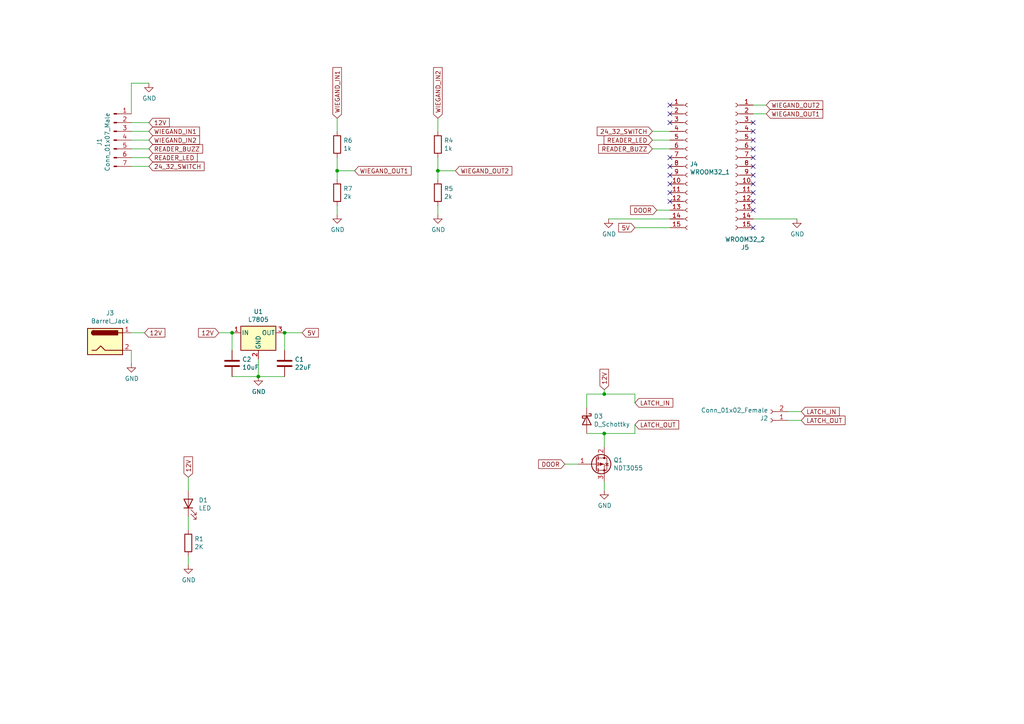
<source format=kicad_sch>
(kicad_sch (version 20231120) (generator "eeschema") (generator_version "8.0")
  (paper "A4")
  (lib_symbols
    (symbol "Connector:Barrel_Jack" (pin_names (offset 1.016))
      (property "Reference" "J" (at 0 5.334 0))
      (property "Value" "Barrel_Jack" (at 0 -5.08 0))
      (symbol "Barrel_Jack_0_1"
        (rectangle (start -5.08 3.81) (end 5.08 -3.81) (stroke (width 0.254)) (fill (type background)))
        (arc (start -3.302 3.175) (mid -3.9343 2.54) (end -3.302 1.905) (stroke (width 0.254)))
        (arc (start -3.302 3.175) (mid -3.9343 2.54) (end -3.302 1.905) (stroke (width 0.254)) (fill (type outline)))
        (polyline (pts (xy 5.08 2.54) (xy 3.81 2.54)) (stroke (width 0.254)))
        (polyline (pts (xy -3.81 -2.54) (xy -2.54 -2.54) (xy -1.27 -1.27) (xy 0 -2.54) (xy 2.54 -2.54) (xy 5.08 -2.54)) (stroke (width 0.254)))
        (rectangle (start 3.683 3.175) (end -3.302 1.905) (stroke (width 0.254)) (fill (type outline)))
      )
      (symbol "Barrel_Jack_1_1"
        (pin passive line (at 7.62 2.54 180) (length 2.54) (name "~") (number "1"))
        (pin passive line (at 7.62 -2.54 180) (length 2.54) (name "~") (number "2"))
      )
    )
    (symbol "Device:C" (pin_numbers hide) (pin_names (offset 0.254))
      (property "Reference" "C" (at 0.635 2.54 0))
      (property "Value" "C" (at 0.635 -2.54 0))
      (symbol "C_0_1"
        (polyline (pts (xy -2.032 -0.762) (xy 2.032 -0.762)) (stroke (width 0.508)))
        (polyline (pts (xy -2.032 0.762) (xy 2.032 0.762)) (stroke (width 0.508)))
      )
      (symbol "C_1_1"
        (pin passive line (at 0 3.81 270) (length 2.794) (name "~") (number "1"))
        (pin passive line (at 0 -3.81 90) (length 2.794) (name "~") (number "2"))
      )
    )
    (symbol "Device:D_Schottky" (pin_numbers hide) (pin_names (offset 1.016) hide)
      (property "Reference" "D" (at 0 2.54 0))
      (property "Value" "D_Schottky" (at 0 -2.54 0))
      (symbol "D_Schottky_0_1"
        (polyline (pts (xy 1.27 0) (xy -1.27 0)))
        (polyline (pts (xy 1.27 1.27) (xy 1.27 -1.27) (xy -1.27 0) (xy 1.27 1.27)) (stroke (width 0.254)))
        (polyline (pts (xy -1.905 0.635) (xy -1.905 1.27) (xy -1.27 1.27) (xy -1.27 -1.27) (xy -0.635 -1.27) (xy -0.635 -0.635)) (stroke (width 0.254)))
      )
      (symbol "D_Schottky_1_1"
        (pin passive line (at -3.81 0 0) (length 2.54) (name "K") (number "1"))
        (pin passive line (at 3.81 0 180) (length 2.54) (name "A") (number "2"))
      )
    )
    (symbol "Device:LED" (pin_numbers hide) (pin_names (offset 1.016) hide)
      (property "Reference" "D" (at 0 2.54 0))
      (property "Value" "LED" (at 0 -2.54 0))
      (symbol "LED_0_1"
        (polyline (pts (xy -1.27 -1.27) (xy -1.27 1.27)) (stroke (width 0.254)))
        (polyline (pts (xy -1.27 0) (xy 1.27 0)))
        (polyline (pts (xy 1.27 -1.27) (xy 1.27 1.27) (xy -1.27 0) (xy 1.27 -1.27)) (stroke (width 0.254)))
        (polyline (pts (xy -3.048 -0.762) (xy -4.572 -2.286) (xy -3.81 -2.286) (xy -4.572 -2.286) (xy -4.572 -1.524)))
        (polyline (pts (xy -1.778 -0.762) (xy -3.302 -2.286) (xy -2.54 -2.286) (xy -3.302 -2.286) (xy -3.302 -1.524)))
      )
      (symbol "LED_1_1"
        (pin passive line (at -3.81 0 0) (length 2.54) (name "K") (number "1"))
        (pin passive line (at 3.81 0 180) (length 2.54) (name "A") (number "2"))
      )
    )
    (symbol "Device:R" (pin_numbers hide) (pin_names (offset 0))
      (property "Reference" "R" (at 2.032 0 90))
      (property "Value" "R" (at 0 0 90))
      (symbol "R_0_1"
        (rectangle (start -1.016 -2.54) (end 1.016 2.54) (stroke (width 0.254)))
      )
      (symbol "R_1_1"
        (pin passive line (at 0 3.81 270) (length 1.27) (name "~") (number "1"))
        (pin passive line (at 0 -3.81 90) (length 1.27) (name "~") (number "2"))
      )
    )
    (symbol "Regulator_Linear:L7805" (pin_names (offset 0.254))
      (property "Reference" "U" (at -3.81 3.175 0))
      (property "Value" "L7805" (at 0 3.175 0))
      (symbol "L7805_0_1"
        (rectangle (start -5.08 1.905) (end 5.08 -5.08) (stroke (width 0.254)) (fill (type background)))
      )
      (symbol "L7805_1_1"
        (pin power_in line (at -7.62 0 0) (length 2.54) (name "IN") (number "1"))
        (pin power_in line (at 0 -7.62 90) (length 2.54) (name "GND") (number "2"))
        (pin power_out line (at 7.62 0 180) (length 2.54) (name "OUT") (number "3"))
      )
    )
    (symbol "Transistor_FET:ZXMP4A16G" (pin_names hide)
      (property "Reference" "Q" (at 5.08 1.905 0))
      (property "Value" "ZXMP4A16G" (at 5.08 0 0))
      (symbol "ZXMP4A16G_0_1"
        (polyline (pts (xy 0.254 0) (xy -2.54 0)))
        (polyline (pts (xy 0.254 1.905) (xy 0.254 -1.905)) (stroke (width 0.254)))
        (polyline (pts (xy 0.762 -1.27) (xy 0.762 -2.286)) (stroke (width 0.254)))
        (polyline (pts (xy 0.762 0.508) (xy 0.762 -0.508)) (stroke (width 0.254)))
        (polyline (pts (xy 0.762 2.286) (xy 0.762 1.27)) (stroke (width 0.254)))
        (polyline (pts (xy 2.54 2.54) (xy 2.54 1.778)))
        (polyline (pts (xy 2.54 -2.54) (xy 2.54 0) (xy 0.762 0)))
        (polyline (pts (xy 0.762 1.778) (xy 3.302 1.778) (xy 3.302 -1.778) (xy 0.762 -1.778)))
        (polyline (pts (xy 2.286 0) (xy 1.27 0.381) (xy 1.27 -0.381) (xy 2.286 0)) (fill (type outline)))
        (polyline (pts (xy 2.794 -0.508) (xy 2.921 -0.381) (xy 3.683 -0.381) (xy 3.81 -0.254)))
        (polyline (pts (xy 3.302 -0.381) (xy 2.921 0.254) (xy 3.683 0.254) (xy 3.302 -0.381)))
        (circle (center 1.651 0) (radius 2.794) (stroke (width 0.254)))
        (circle (center 2.54 -1.778) (radius 0.254) (fill (type outline)))
        (circle (center 2.54 1.778) (radius 0.254) (fill (type outline)))
      )
      (symbol "ZXMP4A16G_1_1"
        (pin input line (at -5.08 0 0) (length 2.54) (name "G") (number "1"))
        (pin passive line (at 2.54 5.08 270) (length 2.54) (name "D") (number "2"))
        (pin passive line (at 2.54 -5.08 90) (length 2.54) (name "S") (number "3"))
      )
    )
    (symbol "esp32_doorbot-rescue:Conn_01x02_Female-Connector" (pin_names (offset 1.016) hide)
      (property "Reference" "J" (at 0 2.54 0))
      (property "Value" "Connector_Conn_01x02_Female" (at 0 -5.08 0))
      (symbol "Conn_01x02_Female-Connector_1_1"
        (arc (start 0 -2.032) (mid -0.508 -2.54) (end 0 -3.048) (stroke (width 0.1524)))
        (polyline (pts (xy -1.27 -2.54) (xy -0.508 -2.54)) (stroke (width 0.1524)))
        (polyline (pts (xy -1.27 0) (xy -0.508 0)) (stroke (width 0.1524)))
        (arc (start 0 0.508) (mid -0.508 0) (end 0 -0.508) (stroke (width 0.1524)))
        (pin passive line (at -5.08 0 0) (length 3.81) (name "Pin_1") (number "1"))
        (pin passive line (at -5.08 -2.54 0) (length 3.81) (name "Pin_2") (number "2"))
      )
    )
    (symbol "esp32_doorbot-rescue:Conn_01x07_Male-Connector" (pin_names (offset 1.016) hide)
      (property "Reference" "J" (at 0 10.16 0))
      (property "Value" "Connector_Conn_01x07_Male" (at 0 -10.16 0))
      (symbol "Conn_01x07_Male-Connector_1_1"
        (polyline (pts (xy 1.27 -7.62) (xy 0.8636 -7.62)) (stroke (width 0.1524)))
        (polyline (pts (xy 1.27 -5.08) (xy 0.8636 -5.08)) (stroke (width 0.1524)))
        (polyline (pts (xy 1.27 -2.54) (xy 0.8636 -2.54)) (stroke (width 0.1524)))
        (polyline (pts (xy 1.27 0) (xy 0.8636 0)) (stroke (width 0.1524)))
        (polyline (pts (xy 1.27 2.54) (xy 0.8636 2.54)) (stroke (width 0.1524)))
        (polyline (pts (xy 1.27 5.08) (xy 0.8636 5.08)) (stroke (width 0.1524)))
        (polyline (pts (xy 1.27 7.62) (xy 0.8636 7.62)) (stroke (width 0.1524)))
        (rectangle (start 0.8636 -7.493) (end 0 -7.747) (stroke (width 0.1524)) (fill (type outline)))
        (rectangle (start 0.8636 -4.953) (end 0 -5.207) (stroke (width 0.1524)) (fill (type outline)))
        (rectangle (start 0.8636 -2.413) (end 0 -2.667) (stroke (width 0.1524)) (fill (type outline)))
        (rectangle (start 0.8636 0.127) (end 0 -0.127) (stroke (width 0.1524)) (fill (type outline)))
        (rectangle (start 0.8636 2.667) (end 0 2.413) (stroke (width 0.1524)) (fill (type outline)))
        (rectangle (start 0.8636 5.207) (end 0 4.953) (stroke (width 0.1524)) (fill (type outline)))
        (rectangle (start 0.8636 7.747) (end 0 7.493) (stroke (width 0.1524)) (fill (type outline)))
        (pin passive line (at 5.08 7.62 180) (length 3.81) (name "Pin_1") (number "1"))
        (pin passive line (at 5.08 5.08 180) (length 3.81) (name "Pin_2") (number "2"))
        (pin passive line (at 5.08 2.54 180) (length 3.81) (name "Pin_3") (number "3"))
        (pin passive line (at 5.08 0 180) (length 3.81) (name "Pin_4") (number "4"))
        (pin passive line (at 5.08 -2.54 180) (length 3.81) (name "Pin_5") (number "5"))
        (pin passive line (at 5.08 -5.08 180) (length 3.81) (name "Pin_6") (number "6"))
        (pin passive line (at 5.08 -7.62 180) (length 3.81) (name "Pin_7") (number "7"))
      )
    )
    (symbol "esp32_doorbot-rescue:Conn_01x15_Female-Connector" (pin_names (offset 1.016) hide)
      (property "Reference" "J" (at 0 20.32 0))
      (property "Value" "Connector_Conn_01x15_Female" (at 0 -20.32 0))
      (symbol "Conn_01x15_Female-Connector_1_1"
        (arc (start 0 -17.272) (mid -0.508 -17.78) (end 0 -18.288) (stroke (width 0.1524)))
        (arc (start 0 -14.732) (mid -0.508 -15.24) (end 0 -15.748) (stroke (width 0.1524)))
        (arc (start 0 -12.192) (mid -0.508 -12.7) (end 0 -13.208) (stroke (width 0.1524)))
        (arc (start 0 -9.652) (mid -0.508 -10.16) (end 0 -10.668) (stroke (width 0.1524)))
        (arc (start 0 -7.112) (mid -0.508 -7.62) (end 0 -8.128) (stroke (width 0.1524)))
        (arc (start 0 -4.572) (mid -0.508 -5.08) (end 0 -5.588) (stroke (width 0.1524)))
        (arc (start 0 -2.032) (mid -0.508 -2.54) (end 0 -3.048) (stroke (width 0.1524)))
        (polyline (pts (xy -1.27 -17.78) (xy -0.508 -17.78)) (stroke (width 0.1524)))
        (polyline (pts (xy -1.27 -15.24) (xy -0.508 -15.24)) (stroke (width 0.1524)))
        (polyline (pts (xy -1.27 -12.7) (xy -0.508 -12.7)) (stroke (width 0.1524)))
        (polyline (pts (xy -1.27 -10.16) (xy -0.508 -10.16)) (stroke (width 0.1524)))
        (polyline (pts (xy -1.27 -7.62) (xy -0.508 -7.62)) (stroke (width 0.1524)))
        (polyline (pts (xy -1.27 -5.08) (xy -0.508 -5.08)) (stroke (width 0.1524)))
        (polyline (pts (xy -1.27 -2.54) (xy -0.508 -2.54)) (stroke (width 0.1524)))
        (polyline (pts (xy -1.27 0) (xy -0.508 0)) (stroke (width 0.1524)))
        (polyline (pts (xy -1.27 2.54) (xy -0.508 2.54)) (stroke (width 0.1524)))
        (polyline (pts (xy -1.27 5.08) (xy -0.508 5.08)) (stroke (width 0.1524)))
        (polyline (pts (xy -1.27 7.62) (xy -0.508 7.62)) (stroke (width 0.1524)))
        (polyline (pts (xy -1.27 10.16) (xy -0.508 10.16)) (stroke (width 0.1524)))
        (polyline (pts (xy -1.27 12.7) (xy -0.508 12.7)) (stroke (width 0.1524)))
        (polyline (pts (xy -1.27 15.24) (xy -0.508 15.24)) (stroke (width 0.1524)))
        (polyline (pts (xy -1.27 17.78) (xy -0.508 17.78)) (stroke (width 0.1524)))
        (arc (start 0 0.508) (mid -0.508 0) (end 0 -0.508) (stroke (width 0.1524)))
        (arc (start 0 3.048) (mid -0.508 2.54) (end 0 2.032) (stroke (width 0.1524)))
        (arc (start 0 5.588) (mid -0.508 5.08) (end 0 4.572) (stroke (width 0.1524)))
        (arc (start 0 8.128) (mid -0.508 7.62) (end 0 7.112) (stroke (width 0.1524)))
        (arc (start 0 10.668) (mid -0.508 10.16) (end 0 9.652) (stroke (width 0.1524)))
        (arc (start 0 13.208) (mid -0.508 12.7) (end 0 12.192) (stroke (width 0.1524)))
        (arc (start 0 15.748) (mid -0.508 15.24) (end 0 14.732) (stroke (width 0.1524)))
        (arc (start 0 18.288) (mid -0.508 17.78) (end 0 17.272) (stroke (width 0.1524)))
        (pin passive line (at -5.08 17.78 0) (length 3.81) (name "Pin_1") (number "1"))
        (pin passive line (at -5.08 -5.08 0) (length 3.81) (name "Pin_10") (number "10"))
        (pin passive line (at -5.08 -7.62 0) (length 3.81) (name "Pin_11") (number "11"))
        (pin passive line (at -5.08 -10.16 0) (length 3.81) (name "Pin_12") (number "12"))
        (pin passive line (at -5.08 -12.7 0) (length 3.81) (name "Pin_13") (number "13"))
        (pin passive line (at -5.08 -15.24 0) (length 3.81) (name "Pin_14") (number "14"))
        (pin passive line (at -5.08 -17.78 0) (length 3.81) (name "Pin_15") (number "15"))
        (pin passive line (at -5.08 15.24 0) (length 3.81) (name "Pin_2") (number "2"))
        (pin passive line (at -5.08 12.7 0) (length 3.81) (name "Pin_3") (number "3"))
        (pin passive line (at -5.08 10.16 0) (length 3.81) (name "Pin_4") (number "4"))
        (pin passive line (at -5.08 7.62 0) (length 3.81) (name "Pin_5") (number "5"))
        (pin passive line (at -5.08 5.08 0) (length 3.81) (name "Pin_6") (number "6"))
        (pin passive line (at -5.08 2.54 0) (length 3.81) (name "Pin_7") (number "7"))
        (pin passive line (at -5.08 0 0) (length 3.81) (name "Pin_8") (number "8"))
        (pin passive line (at -5.08 -2.54 0) (length 3.81) (name "Pin_9") (number "9"))
      )
    )
    (symbol "esp32_doorbot-rescue:GND-power" (power) (pin_names (offset 0))
      (property "Value" "power_GND" (at 0 -3.81 0))
      (symbol "GND-power_0_1"
        (polyline (pts (xy 0 0) (xy 0 -1.27) (xy 1.27 -1.27) (xy 0 -2.54) (xy -1.27 -1.27) (xy 0 -1.27)))
      )
      (symbol "GND-power_1_1"
        (pin power_in line (at 0 0 270) (length 0) hide (name "GND") (number "1"))
      )
    )
  )
  (junction (at 175.26 125.73))
  (junction (at 97.79 49.53))
  (junction (at 175.26 114.3))
  (junction (at 67.31 96.52))
  (junction (at 82.55 96.52))
  (junction (at 127 49.53))
  (junction (at 74.93 109.22))
  (no_connect (at 194.31 53.34))
  (no_connect (at 218.44 40.64))
  (no_connect (at 218.44 58.42))
  (no_connect (at 218.44 43.18))
  (no_connect (at 194.31 35.56))
  (no_connect (at 218.44 55.88))
  (no_connect (at 194.31 50.8))
  (no_connect (at 218.44 38.1))
  (no_connect (at 218.44 53.34))
  (no_connect (at 194.31 55.88))
  (no_connect (at 194.31 45.72))
  (no_connect (at 218.44 66.04))
  (no_connect (at 218.44 48.26))
  (no_connect (at 218.44 45.72))
  (no_connect (at 218.44 35.56))
  (no_connect (at 194.31 33.02))
  (no_connect (at 194.31 58.42))
  (no_connect (at 218.44 50.8))
  (no_connect (at 194.31 30.48))
  (no_connect (at 194.31 48.26))
  (no_connect (at 218.44 60.96))
  (wire (pts (xy 194.31 63.5) (xy 176.53 63.5)))
  (wire (pts (xy 43.18 38.1) (xy 38.1 38.1)))
  (wire (pts (xy 232.41 121.92) (xy 228.6 121.92)))
  (wire (pts (xy 67.31 96.52) (xy 67.31 101.6)))
  (wire (pts (xy 228.6 119.38) (xy 232.41 119.38)))
  (wire (pts (xy 54.61 142.24) (xy 54.61 138.43)))
  (wire (pts (xy 43.18 45.72) (xy 38.1 45.72)))
  (wire (pts (xy 67.31 96.52) (xy 63.5 96.52)))
  (wire (pts (xy 43.18 48.26) (xy 38.1 48.26)))
  (wire (pts (xy 54.61 161.29) (xy 54.61 163.83)))
  (wire (pts (xy 43.18 43.18) (xy 38.1 43.18)))
  (wire (pts (xy 218.44 30.48) (xy 222.25 30.48)))
  (wire (pts (xy 38.1 33.02) (xy 38.1 24.13)))
  (wire (pts (xy 189.23 43.18) (xy 194.31 43.18)))
  (wire (pts (xy 43.18 35.56) (xy 38.1 35.56)))
  (wire (pts (xy 184.15 125.73) (xy 175.26 125.73)))
  (wire (pts (xy 175.26 114.3) (xy 175.26 113.03)))
  (wire (pts (xy 127 34.29) (xy 127 38.1)))
  (wire (pts (xy 38.1 24.13) (xy 43.18 24.13)))
  (wire (pts (xy 97.79 49.53) (xy 97.79 52.07)))
  (wire (pts (xy 170.18 114.3) (xy 175.26 114.3)))
  (wire (pts (xy 175.26 114.3) (xy 184.15 114.3)))
  (wire (pts (xy 190.5 60.96) (xy 194.31 60.96)))
  (wire (pts (xy 127 45.72) (xy 127 49.53)))
  (wire (pts (xy 82.55 96.52) (xy 82.55 101.6)))
  (wire (pts (xy 184.15 123.19) (xy 184.15 125.73)))
  (wire (pts (xy 163.83 134.62) (xy 167.64 134.62)))
  (wire (pts (xy 38.1 96.52) (xy 41.91 96.52)))
  (wire (pts (xy 74.93 104.14) (xy 74.93 109.22)))
  (wire (pts (xy 38.1 40.64) (xy 43.18 40.64)))
  (wire (pts (xy 175.26 139.7) (xy 175.26 142.24)))
  (wire (pts (xy 127 59.69) (xy 127 62.23)))
  (wire (pts (xy 170.18 118.11) (xy 170.18 114.3)))
  (wire (pts (xy 170.18 125.73) (xy 175.26 125.73)))
  (wire (pts (xy 97.79 49.53) (xy 102.87 49.53)))
  (wire (pts (xy 222.25 33.02) (xy 218.44 33.02)))
  (wire (pts (xy 67.31 109.22) (xy 74.93 109.22)))
  (wire (pts (xy 38.1 101.6) (xy 38.1 105.41)))
  (wire (pts (xy 127 49.53) (xy 127 52.07)))
  (wire (pts (xy 74.93 109.22) (xy 82.55 109.22)))
  (wire (pts (xy 184.15 66.04) (xy 194.31 66.04)))
  (wire (pts (xy 97.79 45.72) (xy 97.79 49.53)))
  (wire (pts (xy 218.44 63.5) (xy 231.14 63.5)))
  (wire (pts (xy 97.79 59.69) (xy 97.79 62.23)))
  (wire (pts (xy 82.55 96.52) (xy 87.63 96.52)))
  (wire (pts (xy 127 49.53) (xy 132.08 49.53)))
  (wire (pts (xy 175.26 125.73) (xy 175.26 129.54)))
  (wire (pts (xy 184.15 114.3) (xy 184.15 116.84)))
  (wire (pts (xy 97.79 34.29) (xy 97.79 38.1)))
  (wire (pts (xy 189.23 38.1) (xy 194.31 38.1)))
  (wire (pts (xy 54.61 149.86) (xy 54.61 153.67)))
  (wire (pts (xy 189.23 40.64) (xy 194.31 40.64)))
  (global_label "12V" (shape input) (at 175.26 113.03 90) (property "Intersheetrefs" "${INTERSHEET_REFS}" (effects (hide yes))))
  (global_label "DOOR" (shape input) (at 163.83 134.62 180) (property "Intersheetrefs" "${INTERSHEET_REFS}" (effects (hide yes))))
  (global_label "12V" (shape input) (at 41.91 96.52 0) (property "Intersheetrefs" "${INTERSHEET_REFS}" (effects (hide yes))))
  (global_label "LATCH_IN" (shape input) (at 184.15 116.84 0) (property "Intersheetrefs" "${INTERSHEET_REFS}" (effects (hide yes))))
  (global_label "12V" (shape input) (at 63.5 96.52 180) (property "Intersheetrefs" "${INTERSHEET_REFS}" (effects (hide yes))))
  (global_label "WIEGAND_OUT2" (shape input) (at 132.08 49.53 0) (property "Intersheetrefs" "${INTERSHEET_REFS}" (effects (hide yes))))
  (global_label "LATCH_OUT" (shape input) (at 184.15 123.19 0) (property "Intersheetrefs" "${INTERSHEET_REFS}" (effects (hide yes))))
  (global_label "12V" (shape input) (at 54.61 138.43 90) (property "Intersheetrefs" "${INTERSHEET_REFS}" (effects (hide yes))))
  (global_label "READER_BUZZ" (shape input) (at 189.23 43.18 180) (property "Intersheetrefs" "${INTERSHEET_REFS}" (effects (hide yes))))
  (global_label "LATCH_OUT" (shape input) (at 232.41 121.92 0) (property "Intersheetrefs" "${INTERSHEET_REFS}" (effects (hide yes))))
  (global_label "WIEGAND_IN1" (shape input) (at 97.79 34.29 90) (property "Intersheetrefs" "${INTERSHEET_REFS}" (effects (hide yes))))
  (global_label "WIEGAND_OUT1" (shape input) (at 222.25 33.02 0) (property "Intersheetrefs" "${INTERSHEET_REFS}" (effects (hide yes))))
  (global_label "WIEGAND_IN1" (shape input) (at 43.18 38.1 0) (property "Intersheetrefs" "${INTERSHEET_REFS}" (effects (hide yes))))
  (global_label "WIEGAND_IN2" (shape input) (at 43.18 40.64 0) (property "Intersheetrefs" "${INTERSHEET_REFS}" (effects (hide yes))))
  (global_label "WIEGAND_IN2" (shape input) (at 127 34.29 90) (property "Intersheetrefs" "${INTERSHEET_REFS}" (effects (hide yes))))
  (global_label "READER_BUZZ" (shape input) (at 43.18 43.18 0) (property "Intersheetrefs" "${INTERSHEET_REFS}" (effects (hide yes))))
  (global_label "READER_LED" (shape input) (at 43.18 45.72 0) (property "Intersheetrefs" "${INTERSHEET_REFS}" (effects (hide yes))))
  (global_label "DOOR" (shape input) (at 190.5 60.96 180) (property "Intersheetrefs" "${INTERSHEET_REFS}" (effects (hide yes))))
  (global_label "5V" (shape input) (at 87.63 96.52 0) (property "Intersheetrefs" "${INTERSHEET_REFS}" (effects (hide yes))))
  (global_label "READER_LED" (shape input) (at 189.23 40.64 180) (property "Intersheetrefs" "${INTERSHEET_REFS}" (effects (hide yes))))
  (global_label "WIEGAND_OUT1" (shape input) (at 102.87 49.53 0) (property "Intersheetrefs" "${INTERSHEET_REFS}" (effects (hide yes))))
  (global_label "LATCH_IN" (shape input) (at 232.41 119.38 0) (property "Intersheetrefs" "${INTERSHEET_REFS}" (effects (hide yes))))
  (global_label "WIEGAND_OUT2" (shape input) (at 222.25 30.48 0) (property "Intersheetrefs" "${INTERSHEET_REFS}" (effects (hide yes))))
  (global_label "12V" (shape input) (at 43.18 35.56 0) (property "Intersheetrefs" "${INTERSHEET_REFS}" (effects (hide yes))))
  (global_label "24_32_SWITCH" (shape input) (at 189.23 38.1 180) (property "Intersheetrefs" "${INTERSHEET_REFS}" (effects (hide yes))))
  (global_label "5V" (shape input) (at 184.15 66.04 180) (property "Intersheetrefs" "${INTERSHEET_REFS}" (effects (hide yes))))
  (global_label "24_32_SWITCH" (shape input) (at 43.18 48.26 0) (property "Intersheetrefs" "${INTERSHEET_REFS}" (effects (hide yes))))
  (symbol (lib_id "esp32_doorbot-rescue:GND-power") (at 175.26 142.24 0) (unit 1)
    (property "Reference" "#PWR0101" (effects (hide yes)))
    (property "Value" "GND" (at 175.387 146.6342 0))
  )
  (symbol (lib_id "Device:D_Schottky") (at 170.18 121.92 270) (unit 1)
    (property "Reference" "D3" (at 172.212 120.7516 90) (effects (justify left)))
    (property "Value" "D_Schottky" (at 172.212 123.063 90) (effects (justify left)))
    (property "Footprint" "SMD_Packages:SMD-1206_Pol" (effects (hide yes)))
    (property "Digikey #" "478-7805-2-ND" (effects (hide yes)))
  )
  (symbol (lib_id "Device:LED") (at 54.61 146.05 90) (unit 1)
    (property "Reference" "D1" (at 57.6072 145.0594 90) (effects (justify right)))
    (property "Value" "LED" (at 57.6072 147.3708 90) (effects (justify right)))
    (property "Footprint" "LEDs:LED-1206" (effects (hide yes)))
    (property "Digikey #" "1516-1073-2-N" (effects (hide yes)))
  )
  (symbol (lib_id "Device:R") (at 54.61 157.48 0) (unit 1)
    (property "Reference" "R1" (at 56.388 156.3116 0) (effects (justify left)))
    (property "Value" "2K" (at 56.388 158.623 0) (effects (justify left)))
    (property "Footprint" "Resistors_SMD:R_1210" (effects (hide yes)))
    (property "Digikey #" "P2.0KVTR-ND" (effects (hide yes)))
  )
  (symbol (lib_id "esp32_doorbot-rescue:GND-power") (at 54.61 163.83 0) (unit 1)
    (property "Reference" "#PWR0103" (effects (hide yes)))
    (property "Value" "GND" (at 54.737 168.2242 0))
  )
  (symbol (lib_id "esp32_doorbot-rescue:Conn_01x02_Female-Connector") (at 223.52 121.92 180) (unit 1)
    (property "Reference" "J2" (at 222.8088 121.3104 0) (effects (justify left)))
    (property "Value" "Conn_01x02_Female" (at 222.8088 118.999 0) (effects (justify left)))
    (property "Footprint" "Terminal_Blocks:TerminalBlock_Pheonix_MKDS1.5-2pol" (effects (hide yes)))
    (property "Digikey #" "ED2561-ND" (effects (hide yes)))
  )
  (symbol (lib_id "Regulator_Linear:L7805") (at 74.93 96.52 0) (unit 1)
    (property "Reference" "U1" (at 74.93 90.3732 0))
    (property "Value" "L7805" (at 74.93 92.6846 0))
    (property "Footprint" "TO_SOT_Packages_THT:TO-220_Neutral123_Vertical" (effects (hide yes)))
    (property "Datasheet" "http://www.st.com/content/ccc/resource/technical/document/datasheet/41/4f/b3/b0/12/d4/47/88/CD00000444.pdf/files/CD00000444.pdf/jcr:content/translations/en.CD00000444.pdf" (effects (hide yes)))
    (property "Digikey #" "1470-VR10S05-ND" (effects (hide yes)))
  )
  (symbol (lib_id "Device:C") (at 82.55 105.41 0) (unit 1)
    (property "Reference" "C1" (at 85.471 104.2416 0) (effects (justify left)))
    (property "Value" "22uF" (at 85.471 106.553 0) (effects (justify left)))
    (property "Footprint" "Capacitors_SMD:C_1206" (effects (hide yes)))
    (property "Digikey #" "1276-1771-2-ND" (effects (hide yes)))
  )
  (symbol (lib_id "esp32_doorbot-rescue:GND-power") (at 74.93 109.22 0) (unit 1)
    (property "Reference" "#PWR0105" (effects (hide yes)))
    (property "Value" "GND" (at 75.057 113.6142 0))
  )
  (symbol (lib_id "esp32_doorbot-rescue:GND-power") (at 43.18 24.13 0) (unit 1)
    (property "Reference" "#PWR0109" (effects (hide yes)))
    (property "Value" "GND" (at 43.307 28.5242 0))
  )
  (symbol (lib_id "esp32_doorbot-rescue:Conn_01x07_Male-Connector") (at 33.02 40.64 0) (unit 1)
    (property "Reference" "J1" (at 28.829 41.1988 90))
    (property "Value" "Conn_01x07_Male" (at 31.1404 41.1988 90))
    (property "Footprint" "Connector_JST:JST_ZH_B7B-ZR_1x07_P1.50mm_Vertical" (effects (hide yes)))
    (property "Digikey #" "455-1674-ND" (effects (hide yes)))
  )
  (symbol (lib_id "esp32_doorbot-rescue:GND-power") (at 231.14 63.5 0) (unit 1)
    (property "Reference" "#PWR0110" (effects (hide yes)))
    (property "Value" "GND" (at 231.267 67.8942 0))
  )
  (symbol (lib_id "Connector:Barrel_Jack") (at 30.48 99.06 0) (unit 1)
    (property "Reference" "J3" (at 31.9278 90.805 0))
    (property "Value" "Barrel_Jack" (at 31.9278 93.1164 0))
    (property "Footprint" "esp32_doorbot:Tensility 54-00166" (effects (hide yes)))
    (property "Digikey #" "839-54-00166-ND" (effects (hide yes)))
  )
  (symbol (lib_id "esp32_doorbot-rescue:GND-power") (at 38.1 105.41 0) (unit 1)
    (property "Reference" "#PWR0102" (effects (hide yes)))
    (property "Value" "GND" (at 38.227 109.8042 0))
  )
  (symbol (lib_id "esp32_doorbot-rescue:GND-power") (at 176.53 63.5 0) (unit 1)
    (property "Reference" "#PWR0104" (effects (hide yes)))
    (property "Value" "GND" (at 176.657 67.8942 0))
  )
  (symbol (lib_id "esp32_doorbot-rescue:Conn_01x15_Female-Connector") (at 199.39 48.26 0) (unit 1)
    (property "Reference" "J4" (at 200.1012 47.5996 0) (effects (justify left)))
    (property "Value" "WROOM32_1" (at 200.1012 49.911 0) (effects (justify left)))
    (property "Footprint" "Pin_Headers:Pin_Header_Straight_1x15" (effects (hide yes)))
  )
  (symbol (lib_id "esp32_doorbot-rescue:Conn_01x15_Female-Connector") (at 213.36 48.26 0) (mirror y) (unit 1)
    (property "Reference" "J5" (at 216.1032 71.755 0))
    (property "Value" "WROOM32_2" (at 216.1032 69.4436 0))
    (property "Footprint" "Pin_Headers:Pin_Header_Straight_1x15" (effects (hide yes)))
  )
  (symbol (lib_id "Device:R") (at 127 41.91 0) (unit 1)
    (property "Reference" "R4" (at 128.778 40.7416 0) (effects (justify left)))
    (property "Value" "1k" (at 128.778 43.053 0) (effects (justify left)))
    (property "Footprint" "Resistors_SMD:R_1210" (effects (hide yes)))
    (property "Digikey #" "RMCF1210FT1K00" (effects (hide yes)))
  )
  (symbol (lib_id "Device:R") (at 127 55.88 0) (unit 1)
    (property "Reference" "R5" (at 128.778 54.7116 0) (effects (justify left)))
    (property "Value" "2k" (at 128.778 57.023 0) (effects (justify left)))
    (property "Footprint" "Resistors_SMD:R_1210" (effects (hide yes)))
    (property "Digikey #" "P2.0KVTR-ND" (effects (hide yes)))
  )
  (symbol (lib_id "esp32_doorbot-rescue:GND-power") (at 127 62.23 0) (unit 1)
    (property "Reference" "#PWR0108" (effects (hide yes)))
    (property "Value" "GND" (at 127.127 66.6242 0))
  )
  (symbol (lib_id "Device:R") (at 97.79 41.91 0) (unit 1)
    (property "Reference" "R6" (at 99.568 40.7416 0) (effects (justify left)))
    (property "Value" "1k" (at 99.568 43.053 0) (effects (justify left)))
    (property "Footprint" "Resistors_SMD:R_1210" (effects (hide yes)))
    (property "Digikey #" "RMCF1210FT1K00" (effects (hide yes)))
  )
  (symbol (lib_id "Device:R") (at 97.79 55.88 0) (unit 1)
    (property "Reference" "R7" (at 99.568 54.7116 0) (effects (justify left)))
    (property "Value" "2k" (at 99.568 57.023 0) (effects (justify left)))
    (property "Footprint" "Resistors_SMD:R_1210" (effects (hide yes)))
    (property "Digikey #" "P2.0KVTR-ND" (effects (hide yes)))
  )
  (symbol (lib_id "esp32_doorbot-rescue:GND-power") (at 97.79 62.23 0) (unit 1)
    (property "Reference" "#PWR0111" (effects (hide yes)))
    (property "Value" "GND" (at 97.917 66.6242 0))
  )
  (symbol (lib_id "Transistor_FET:ZXMP4A16G") (at 172.72 134.62 0) (unit 1)
    (property "Reference" "Q1" (at 177.9016 133.4516 0) (effects (justify left)))
    (property "Value" "NDT3055" (at 177.9016 135.763 0) (effects (justify left)))
    (property "Footprint" "TO_SOT_Packages_SMD:SOT-223" (effects (hide yes)))
    (property "Datasheet" "https://www.onsemi.com/pdf/datasheet/ndt3055-d.pdf" (effects (hide yes)))
    (property "Digikey #" "NDT3055CT-ND" (effects (hide yes)))
  )
  (symbol (lib_id "Device:C") (at 67.31 105.41 0) (unit 1)
    (property "Reference" "C2" (at 70.231 104.2416 0) (effects (justify left)))
    (property "Value" "10uF" (at 70.231 106.553 0) (effects (justify left)))
    (property "Footprint" "Capacitors_SMD:C_1206" (effects (hide yes)))
    (property "Digikey #" "1276-6736-1-ND" (effects (hide yes)))
  )
)
</source>
